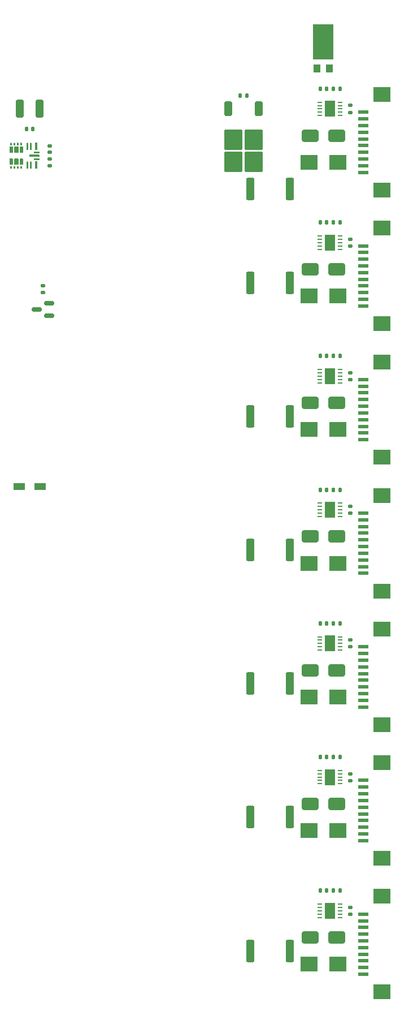
<source format=gtp>
G04 #@! TF.GenerationSoftware,KiCad,Pcbnew,7.0.11*
G04 #@! TF.CreationDate,2024-07-26T17:39:15-04:00*
G04 #@! TF.ProjectId,cluster-pcb,636c7573-7465-4722-9d70-63622e6b6963,1.0*
G04 #@! TF.SameCoordinates,Original*
G04 #@! TF.FileFunction,Paste,Top*
G04 #@! TF.FilePolarity,Positive*
%FSLAX46Y46*%
G04 Gerber Fmt 4.6, Leading zero omitted, Abs format (unit mm)*
G04 Created by KiCad (PCBNEW 7.0.11) date 2024-07-26 17:39:15*
%MOMM*%
%LPD*%
G01*
G04 APERTURE LIST*
G04 Aperture macros list*
%AMRoundRect*
0 Rectangle with rounded corners*
0 $1 Rounding radius*
0 $2 $3 $4 $5 $6 $7 $8 $9 X,Y pos of 4 corners*
0 Add a 4 corners polygon primitive as box body*
4,1,4,$2,$3,$4,$5,$6,$7,$8,$9,$2,$3,0*
0 Add four circle primitives for the rounded corners*
1,1,$1+$1,$2,$3*
1,1,$1+$1,$4,$5*
1,1,$1+$1,$6,$7*
1,1,$1+$1,$8,$9*
0 Add four rect primitives between the rounded corners*
20,1,$1+$1,$2,$3,$4,$5,0*
20,1,$1+$1,$4,$5,$6,$7,0*
20,1,$1+$1,$6,$7,$8,$9,0*
20,1,$1+$1,$8,$9,$2,$3,0*%
G04 Aperture macros list end*
%ADD10R,2.600000X2.300000*%
%ADD11R,1.500000X0.600000*%
%ADD12RoundRect,0.250000X-0.362500X-1.425000X0.362500X-1.425000X0.362500X1.425000X-0.362500X1.425000X0*%
%ADD13RoundRect,0.135000X0.185000X-0.135000X0.185000X0.135000X-0.185000X0.135000X-0.185000X-0.135000X0*%
%ADD14RoundRect,0.250000X-0.325000X-1.100000X0.325000X-1.100000X0.325000X1.100000X-0.325000X1.100000X0*%
%ADD15R,2.500000X2.300000*%
%ADD16RoundRect,0.140000X-0.140000X-0.170000X0.140000X-0.170000X0.140000X0.170000X-0.140000X0.170000X0*%
%ADD17R,0.711200X0.254000*%
%ADD18R,1.600200X2.387600*%
%ADD19RoundRect,0.135000X-0.185000X0.135000X-0.185000X-0.135000X0.185000X-0.135000X0.185000X0.135000X0*%
%ADD20RoundRect,0.150000X0.587500X0.150000X-0.587500X0.150000X-0.587500X-0.150000X0.587500X-0.150000X0*%
%ADD21RoundRect,0.250000X-1.000000X-0.650000X1.000000X-0.650000X1.000000X0.650000X-1.000000X0.650000X0*%
%ADD22RoundRect,0.140000X0.140000X0.170000X-0.140000X0.170000X-0.140000X-0.170000X0.140000X-0.170000X0*%
%ADD23RoundRect,0.140000X-0.170000X0.140000X-0.170000X-0.140000X0.170000X-0.140000X0.170000X0.140000X0*%
%ADD24RoundRect,0.250000X-0.350000X0.850000X-0.350000X-0.850000X0.350000X-0.850000X0.350000X0.850000X0*%
%ADD25RoundRect,0.250000X-1.125000X1.275000X-1.125000X-1.275000X1.125000X-1.275000X1.125000X1.275000X0*%
%ADD26R,1.680000X1.010000*%
%ADD27RoundRect,0.135000X-0.135000X-0.185000X0.135000X-0.185000X0.135000X0.185000X-0.135000X0.185000X0*%
%ADD28R,3.098800X5.207000*%
%ADD29R,0.990600X1.143000*%
%ADD30RoundRect,0.140000X0.170000X-0.140000X0.170000X0.140000X-0.170000X0.140000X-0.170000X-0.140000X0*%
G04 APERTURE END LIST*
G36*
X78549500Y-41700001D02*
G01*
X78549500Y-42699999D01*
X78499500Y-42749999D01*
X78224500Y-42749999D01*
X78174500Y-42699999D01*
X78174500Y-41700001D01*
X78224500Y-41649999D01*
X78499500Y-41649999D01*
X78549500Y-41700001D01*
G37*
G36*
X77675001Y-41700001D02*
G01*
X77675001Y-42699999D01*
X77624999Y-42749999D01*
X77474999Y-42749999D01*
X77424999Y-42699999D01*
X77424999Y-41700001D01*
X77474999Y-41649999D01*
X77624999Y-41649999D01*
X77675001Y-41700001D01*
G37*
G36*
X76224999Y-41700499D02*
G01*
X76224999Y-41975500D01*
X76174999Y-42025500D01*
X76024999Y-42025500D01*
X75975000Y-41975500D01*
X75975000Y-41700499D01*
X76024999Y-41650499D01*
X76174999Y-41650499D01*
X76224999Y-41700499D01*
G37*
G36*
X75725000Y-41700499D02*
G01*
X75725000Y-41975500D01*
X75675000Y-42025500D01*
X75525000Y-42025500D01*
X75475001Y-41975500D01*
X75475001Y-41700499D01*
X75525000Y-41650499D01*
X75675000Y-41650499D01*
X75725000Y-41700499D01*
G37*
G36*
X75225001Y-41700499D02*
G01*
X75225001Y-41975500D01*
X75175001Y-42025500D01*
X75024999Y-42025500D01*
X74974999Y-41975500D01*
X74974999Y-41700499D01*
X75024999Y-41650499D01*
X75175001Y-41650499D01*
X75225001Y-41700499D01*
G37*
G36*
X74725000Y-41700499D02*
G01*
X74725000Y-41975500D01*
X74675000Y-42025500D01*
X74525000Y-42025500D01*
X74475000Y-41975500D01*
X74475000Y-41700499D01*
X74525000Y-41650499D01*
X74675000Y-41650499D01*
X74725000Y-41700499D01*
G37*
G36*
X76422499Y-42270000D02*
G01*
X76422499Y-43100001D01*
X76372499Y-43150001D01*
X75957499Y-43150001D01*
X75907499Y-43100001D01*
X75907499Y-42270000D01*
X75957499Y-42220000D01*
X76372499Y-42220000D01*
X76422499Y-42270000D01*
G37*
G36*
X75709999Y-42270000D02*
G01*
X75709999Y-43100001D01*
X75659999Y-43150001D01*
X75140000Y-43150001D01*
X75090000Y-43100001D01*
X75090000Y-42270000D01*
X75140000Y-42220000D01*
X75659999Y-42220000D01*
X75709999Y-42270000D01*
G37*
G36*
X74887501Y-42270000D02*
G01*
X74887501Y-43100001D01*
X74837501Y-43150001D01*
X74422501Y-43150001D01*
X74372501Y-43100001D01*
X74372501Y-42270000D01*
X74422501Y-42220000D01*
X74837501Y-42220000D01*
X74887501Y-42270000D01*
G37*
G36*
X77175000Y-41700001D02*
G01*
X77175000Y-42699999D01*
X77125000Y-42749999D01*
X76975000Y-42749999D01*
X76925000Y-42699999D01*
X76925000Y-41700001D01*
X76975000Y-41650001D01*
X77125000Y-41650001D01*
X77175000Y-41700001D01*
G37*
G36*
X78850000Y-43025000D02*
G01*
X78850000Y-43175000D01*
X78799998Y-43224999D01*
X78099999Y-43224999D01*
X78049999Y-43175000D01*
X78049999Y-43025000D01*
X78099999Y-42975000D01*
X78799998Y-42975000D01*
X78850000Y-43025000D01*
G37*
G36*
X78849500Y-43500000D02*
G01*
X78849500Y-43700000D01*
X78799500Y-43750000D01*
X77374499Y-43750000D01*
X77324499Y-43700000D01*
X77324499Y-43500000D01*
X77374499Y-43450000D01*
X78799500Y-43450000D01*
X78849500Y-43500000D01*
G37*
G36*
X75709999Y-44099999D02*
G01*
X75709999Y-44930000D01*
X75659999Y-44980000D01*
X75140000Y-44980000D01*
X75090000Y-44930000D01*
X75090000Y-44099999D01*
X75140000Y-44049999D01*
X75659999Y-44049999D01*
X75709999Y-44099999D01*
G37*
G36*
X78849998Y-44025000D02*
G01*
X78849998Y-44175000D01*
X78799998Y-44225000D01*
X78099999Y-44225000D01*
X78049999Y-44175000D01*
X78049999Y-44025000D01*
X78099999Y-43975001D01*
X78799998Y-43975001D01*
X78849998Y-44025000D01*
G37*
G36*
X77675001Y-44500001D02*
G01*
X77675001Y-45499999D01*
X77624999Y-45550001D01*
X77474999Y-45550001D01*
X77424999Y-45499999D01*
X77424999Y-44500001D01*
X77474999Y-44450001D01*
X77624999Y-44450001D01*
X77675001Y-44500001D01*
G37*
G36*
X77175000Y-44500001D02*
G01*
X77175000Y-45499999D01*
X77125000Y-45549999D01*
X76975000Y-45549999D01*
X76925000Y-45499999D01*
X76925000Y-44500001D01*
X76975000Y-44450001D01*
X77125000Y-44450001D01*
X77175000Y-44500001D01*
G37*
G36*
X76422499Y-44099999D02*
G01*
X76422499Y-44930000D01*
X76372499Y-44980000D01*
X75957499Y-44980000D01*
X75907499Y-44930000D01*
X75907499Y-44099999D01*
X75957499Y-44049999D01*
X76372499Y-44049999D01*
X76422499Y-44099999D01*
G37*
G36*
X74887501Y-44099999D02*
G01*
X74887501Y-44930000D01*
X74837501Y-44980000D01*
X74422501Y-44980000D01*
X74372501Y-44930000D01*
X74372501Y-44099999D01*
X74422501Y-44049999D01*
X74837501Y-44049999D01*
X74887501Y-44099999D01*
G37*
G36*
X76224999Y-45224500D02*
G01*
X76224999Y-45499501D01*
X76174999Y-45549501D01*
X76024999Y-45549501D01*
X75975000Y-45499501D01*
X75975000Y-45224500D01*
X76024999Y-45174500D01*
X76174999Y-45174500D01*
X76224999Y-45224500D01*
G37*
G36*
X75725000Y-45224500D02*
G01*
X75725000Y-45499501D01*
X75675000Y-45549501D01*
X75525000Y-45549501D01*
X75475001Y-45499501D01*
X75475001Y-45224500D01*
X75525000Y-45174500D01*
X75675000Y-45174500D01*
X75725000Y-45224500D01*
G37*
G36*
X75225001Y-45224500D02*
G01*
X75225001Y-45499501D01*
X75175001Y-45549501D01*
X75024999Y-45549501D01*
X74974999Y-45499501D01*
X74974999Y-45224500D01*
X75024999Y-45174500D01*
X75175001Y-45174500D01*
X75225001Y-45224500D01*
G37*
G36*
X74725000Y-45224500D02*
G01*
X74725000Y-45499501D01*
X74675000Y-45549501D01*
X74525000Y-45549501D01*
X74475000Y-45499501D01*
X74475000Y-45224500D01*
X74525000Y-45174500D01*
X74675000Y-45174500D01*
X74725000Y-45224500D01*
G37*
G36*
X78549500Y-44500001D02*
G01*
X78549500Y-45499999D01*
X78499500Y-45550001D01*
X78224500Y-45550001D01*
X78174500Y-45499999D01*
X78174500Y-44500001D01*
X78224500Y-44450001D01*
X78499500Y-44450001D01*
X78549500Y-44500001D01*
G37*
D10*
X130150000Y-134450000D03*
X130150000Y-148750000D03*
D11*
X127400000Y-146100000D03*
X127400000Y-145099999D03*
X127400000Y-144099999D03*
X127400000Y-143099998D03*
X127400000Y-142099998D03*
X127400000Y-141100000D03*
X127400000Y-140099999D03*
X127400000Y-139099999D03*
X127400000Y-138099998D03*
X127400000Y-137099998D03*
D12*
X110437500Y-142600000D03*
X116362500Y-142600000D03*
D13*
X125400000Y-57110000D03*
X125400000Y-56090000D03*
D14*
X75925000Y-36600000D03*
X78875000Y-36600000D03*
D13*
X125400000Y-137110000D03*
X125400000Y-136090000D03*
D15*
X123550000Y-44600000D03*
X119250000Y-44600000D03*
D16*
X120920000Y-73600000D03*
X121880000Y-73600000D03*
D13*
X125400000Y-157110000D03*
X125400000Y-156090000D03*
D17*
X120901400Y-35599999D03*
X120901400Y-36100001D03*
X120901400Y-36600000D03*
X120901400Y-37099999D03*
X120901400Y-37600001D03*
X123898600Y-37600001D03*
X123898600Y-37099999D03*
X123898600Y-36600000D03*
X123898600Y-36100001D03*
X123898600Y-35599999D03*
D18*
X122400000Y-36600000D03*
D19*
X79400000Y-63090000D03*
X79400000Y-64110000D03*
D20*
X80337500Y-67550000D03*
X80337500Y-65650000D03*
X78462500Y-66600000D03*
D10*
X130150000Y-34450000D03*
X130150000Y-48750000D03*
D11*
X127400000Y-46100000D03*
X127400000Y-45099999D03*
X127400000Y-44099999D03*
X127400000Y-43099998D03*
X127400000Y-42099998D03*
X127400000Y-41100000D03*
X127400000Y-40099999D03*
X127400000Y-39099999D03*
X127400000Y-38099998D03*
X127400000Y-37099998D03*
D12*
X110437500Y-102600000D03*
X116362500Y-102600000D03*
D21*
X119400000Y-140600000D03*
X123400000Y-140600000D03*
D16*
X120920000Y-53600000D03*
X121880000Y-53600000D03*
D22*
X123880000Y-153600000D03*
X122920000Y-153600000D03*
D16*
X120920000Y-113600000D03*
X121880000Y-113600000D03*
X120920000Y-93600000D03*
X121880000Y-93600000D03*
D15*
X123550000Y-84600000D03*
X119250000Y-84600000D03*
D17*
X120901400Y-95599999D03*
X120901400Y-96100001D03*
X120901400Y-96600000D03*
X120901400Y-97099999D03*
X120901400Y-97600001D03*
X123898600Y-97600001D03*
X123898600Y-97099999D03*
X123898600Y-96600000D03*
X123898600Y-96100001D03*
X123898600Y-95599999D03*
D18*
X122400000Y-96600000D03*
D16*
X120920000Y-153600000D03*
X121880000Y-153600000D03*
D12*
X110437500Y-48600000D03*
X116362500Y-48600000D03*
D17*
X120901400Y-115599999D03*
X120901400Y-116100001D03*
X120901400Y-116600000D03*
X120901400Y-117099999D03*
X120901400Y-117600001D03*
X123898600Y-117600001D03*
X123898600Y-117099999D03*
X123898600Y-116600000D03*
X123898600Y-116100001D03*
X123898600Y-115599999D03*
D18*
X122400000Y-116600000D03*
D13*
X125400000Y-117110000D03*
X125400000Y-116090000D03*
X125400000Y-37110000D03*
X125400000Y-36090000D03*
D17*
X120901400Y-135599999D03*
X120901400Y-136100001D03*
X120901400Y-136600000D03*
X120901400Y-137099999D03*
X120901400Y-137600001D03*
X123898600Y-137600001D03*
X123898600Y-137099999D03*
X123898600Y-136600000D03*
X123898600Y-136100001D03*
X123898600Y-135599999D03*
D18*
X122400000Y-136600000D03*
D10*
X130150000Y-54450000D03*
X130150000Y-68750000D03*
D11*
X127400000Y-66100000D03*
X127400000Y-65099999D03*
X127400000Y-64099999D03*
X127400000Y-63099998D03*
X127400000Y-62099998D03*
X127400000Y-61100000D03*
X127400000Y-60099999D03*
X127400000Y-59099999D03*
X127400000Y-58099998D03*
X127400000Y-57099998D03*
D10*
X130150000Y-114450000D03*
X130150000Y-128750000D03*
D11*
X127400000Y-126100000D03*
X127400000Y-125099999D03*
X127400000Y-124099999D03*
X127400000Y-123099998D03*
X127400000Y-122099998D03*
X127400000Y-121100000D03*
X127400000Y-120099999D03*
X127400000Y-119099999D03*
X127400000Y-118099998D03*
X127400000Y-117099998D03*
D12*
X110437500Y-122600000D03*
X116362500Y-122600000D03*
D22*
X123880000Y-113600000D03*
X122920000Y-113600000D03*
D23*
X80400000Y-42120000D03*
X80400000Y-43080000D03*
D22*
X123880000Y-53600000D03*
X122920000Y-53600000D03*
D24*
X111680000Y-36560000D03*
D25*
X110925000Y-41185000D03*
X107875000Y-41185000D03*
X110925000Y-44535000D03*
X107875000Y-44535000D03*
D24*
X107120000Y-36560000D03*
D15*
X123550000Y-144600000D03*
X119250000Y-144600000D03*
D21*
X119400000Y-160600000D03*
X123400000Y-160600000D03*
D17*
X120901400Y-155599999D03*
X120901400Y-156100001D03*
X120901400Y-156600000D03*
X120901400Y-157099999D03*
X120901400Y-157600001D03*
X123898600Y-157600001D03*
X123898600Y-157099999D03*
X123898600Y-156600000D03*
X123898600Y-156100001D03*
X123898600Y-155599999D03*
D18*
X122400000Y-156600000D03*
D26*
X78970000Y-93100000D03*
X75830000Y-93100000D03*
D16*
X120920000Y-33600000D03*
X121880000Y-33600000D03*
D22*
X123880000Y-133600000D03*
X122920000Y-133600000D03*
D10*
X130150000Y-154450000D03*
X130150000Y-168750000D03*
D11*
X127400000Y-166100000D03*
X127400000Y-165099999D03*
X127400000Y-164099999D03*
X127400000Y-163099998D03*
X127400000Y-162099998D03*
X127400000Y-161100000D03*
X127400000Y-160099999D03*
X127400000Y-159099999D03*
X127400000Y-158099998D03*
X127400000Y-157099998D03*
D17*
X120901400Y-75599999D03*
X120901400Y-76100001D03*
X120901400Y-76600000D03*
X120901400Y-77099999D03*
X120901400Y-77600001D03*
X123898600Y-77600001D03*
X123898600Y-77099999D03*
X123898600Y-76600000D03*
X123898600Y-76100001D03*
X123898600Y-75599999D03*
D18*
X122400000Y-76600000D03*
D16*
X76920000Y-39600000D03*
X77880000Y-39600000D03*
D21*
X119400000Y-100600000D03*
X123400000Y-100600000D03*
D12*
X110437500Y-82600000D03*
X116362500Y-82600000D03*
D17*
X120901400Y-55599999D03*
X120901400Y-56100001D03*
X120901400Y-56600000D03*
X120901400Y-57099999D03*
X120901400Y-57600001D03*
X123898600Y-57600001D03*
X123898600Y-57099999D03*
X123898600Y-56600000D03*
X123898600Y-56100001D03*
X123898600Y-55599999D03*
D18*
X122400000Y-56600000D03*
D21*
X119400000Y-40600000D03*
X123400000Y-40600000D03*
D13*
X125400000Y-77110000D03*
X125400000Y-76090000D03*
D22*
X123880000Y-93600000D03*
X122920000Y-93600000D03*
D21*
X119400000Y-60600000D03*
X123400000Y-60600000D03*
D15*
X123550000Y-164600000D03*
X119250000Y-164600000D03*
D21*
X119400000Y-80600000D03*
X123400000Y-80600000D03*
D27*
X108890000Y-34600000D03*
X109910000Y-34600000D03*
D12*
X110437500Y-62600000D03*
X116362500Y-62600000D03*
D15*
X123550000Y-124600000D03*
X119250000Y-124600000D03*
D28*
X121400000Y-26545900D03*
D29*
X120479999Y-30533700D03*
X122320001Y-30533700D03*
D13*
X125400000Y-97110000D03*
X125400000Y-96090000D03*
D10*
X130150000Y-94450000D03*
X130150000Y-108750000D03*
D11*
X127400000Y-106100000D03*
X127400000Y-105099999D03*
X127400000Y-104099999D03*
X127400000Y-103099998D03*
X127400000Y-102099998D03*
X127400000Y-101100000D03*
X127400000Y-100099999D03*
X127400000Y-99099999D03*
X127400000Y-98099998D03*
X127400000Y-97099998D03*
D22*
X123880000Y-33600000D03*
X122920000Y-33600000D03*
X123880000Y-73600000D03*
X122920000Y-73600000D03*
D12*
X110437500Y-162600000D03*
X116362500Y-162600000D03*
D15*
X123550000Y-104600000D03*
X119250000Y-104600000D03*
D10*
X130150000Y-74450000D03*
X130150000Y-88750000D03*
D11*
X127400000Y-86100000D03*
X127400000Y-85099999D03*
X127400000Y-84099999D03*
X127400000Y-83099998D03*
X127400000Y-82099998D03*
X127400000Y-81100000D03*
X127400000Y-80099999D03*
X127400000Y-79099999D03*
X127400000Y-78099998D03*
X127400000Y-77099998D03*
D16*
X120920000Y-133600000D03*
X121880000Y-133600000D03*
D15*
X123550000Y-64600000D03*
X119250000Y-64600000D03*
D30*
X80400000Y-45080000D03*
X80400000Y-44120000D03*
D21*
X119400000Y-120600000D03*
X123400000Y-120600000D03*
M02*

</source>
